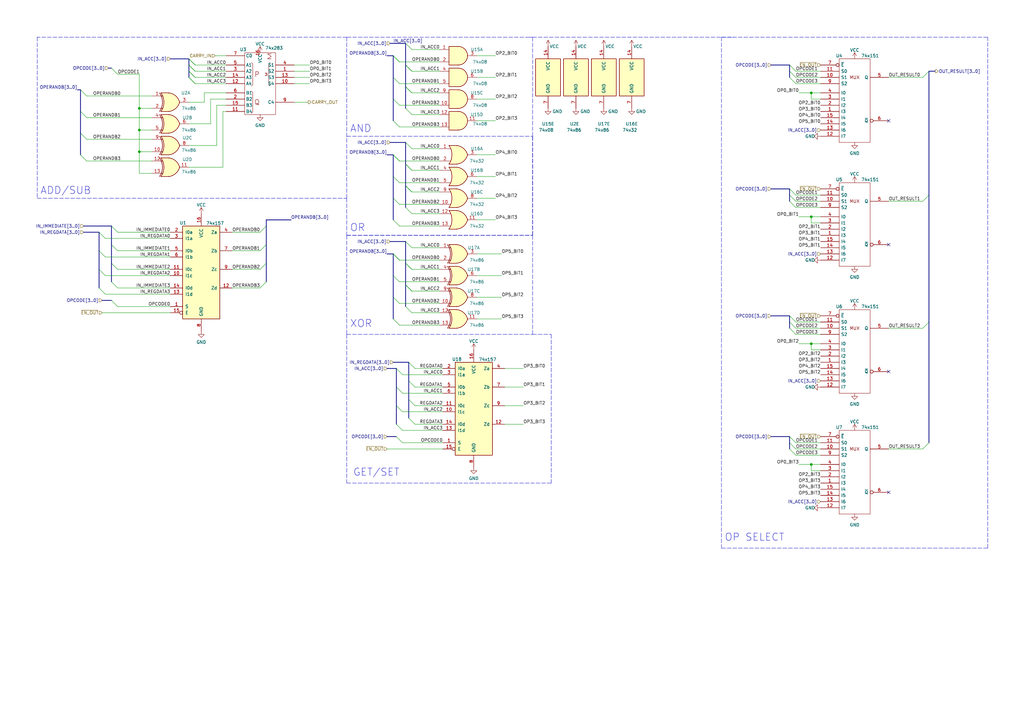
<source format=kicad_sch>
(kicad_sch (version 20211123) (generator eeschema)
  (paper "A3")
  (lib_symbols
    (symbol "74xx:74HC86" (pin_names (offset 1.016))
      (property "Reference" "U" (at 0 1.27 0))
      (property "Value" "74HC86" (at 0 -1.27 0))
      (symbol "74HC86_1_0"
        (pin input line (at -7.62 2.54 0) (length 4.445) (name "~") (number "1"))
        (pin input line (at -7.62 -2.54 0) (length 4.445) (name "~") (number "2"))
        (pin output line (at 7.62 0 180) (length 3.81) (name "~") (number "3"))
      )
      (symbol "74HC86_2_0"
        (pin input line (at -7.62 2.54 0) (length 4.445) (name "~") (number "4"))
        (pin input line (at -7.62 -2.54 0) (length 4.445) (name "~") (number "5"))
        (pin output line (at 7.62 0 180) (length 3.81) (name "~") (number "6"))
      )
      (symbol "74HC86_3_0"
        (pin input line (at -7.62 -2.54 0) (length 4.445) (name "~") (number "10"))
        (pin output line (at 7.62 0 180) (length 3.81) (name "~") (number "8"))
        (pin input line (at -7.62 2.54 0) (length 4.445) (name "~") (number "9"))
      )
      (symbol "74HC86_4_0"
        (pin output line (at 7.62 0 180) (length 3.81) (name "~") (number "11"))
        (pin input line (at -7.62 2.54 0) (length 4.445) (name "~") (number "12"))
        (pin input line (at -7.62 -2.54 0) (length 4.445) (name "~") (number "13"))
      )
      (symbol "74HC86_5_0"
        (pin power_in line (at 0 12.7 270) (length 5.08) (name "VCC") (number "14"))
        (pin power_in line (at 0 -12.7 90) (length 5.08) (name "GND") (number "7"))
      )
    )
    (symbol "74xx:74LS08" (pin_names (offset 1.016))
      (property "Reference" "U" (at 0 1.27 0))
      (property "Value" "74LS08" (at 0 -1.27 0))
      (symbol "74LS08_1_1"
        (pin input line (at -7.62 2.54 0) (length 3.81) (name "~") (number "1"))
        (pin input line (at -7.62 -2.54 0) (length 3.81) (name "~") (number "2"))
        (pin output line (at 7.62 0 180) (length 3.81) (name "~") (number "3"))
      )
      (symbol "74LS08_1_2"
        (pin input inverted (at -7.62 2.54 0) (length 4.318) (name "~") (number "1"))
        (pin input inverted (at -7.62 -2.54 0) (length 4.318) (name "~") (number "2"))
        (pin output inverted (at 7.62 0 180) (length 3.81) (name "~") (number "3"))
      )
      (symbol "74LS08_2_1"
        (pin input line (at -7.62 2.54 0) (length 3.81) (name "~") (number "4"))
        (pin input line (at -7.62 -2.54 0) (length 3.81) (name "~") (number "5"))
        (pin output line (at 7.62 0 180) (length 3.81) (name "~") (number "6"))
      )
      (symbol "74LS08_2_2"
        (pin input inverted (at -7.62 2.54 0) (length 4.318) (name "~") (number "4"))
        (pin input inverted (at -7.62 -2.54 0) (length 4.318) (name "~") (number "5"))
        (pin output inverted (at 7.62 0 180) (length 3.81) (name "~") (number "6"))
      )
      (symbol "74LS08_3_1"
        (pin input line (at -7.62 -2.54 0) (length 3.81) (name "~") (number "10"))
        (pin output line (at 7.62 0 180) (length 3.81) (name "~") (number "8"))
        (pin input line (at -7.62 2.54 0) (length 3.81) (name "~") (number "9"))
      )
      (symbol "74LS08_3_2"
        (pin input inverted (at -7.62 -2.54 0) (length 4.318) (name "~") (number "10"))
        (pin output inverted (at 7.62 0 180) (length 3.81) (name "~") (number "8"))
        (pin input inverted (at -7.62 2.54 0) (length 4.318) (name "~") (number "9"))
      )
      (symbol "74LS08_4_1"
        (pin output line (at 7.62 0 180) (length 3.81) (name "~") (number "11"))
        (pin input line (at -7.62 2.54 0) (length 3.81) (name "~") (number "12"))
        (pin input line (at -7.62 -2.54 0) (length 3.81) (name "~") (number "13"))
      )
      (symbol "74LS08_4_2"
        (pin output inverted (at 7.62 0 180) (length 3.81) (name "~") (number "11"))
        (pin input inverted (at -7.62 2.54 0) (length 4.318) (name "~") (number "12"))
        (pin input inverted (at -7.62 -2.54 0) (length 4.318) (name "~") (number "13"))
      )
      (symbol "74LS08_5_0"
        (pin power_in line (at 0 12.7 270) (length 5.08) (name "VCC") (number "14"))
        (pin power_in line (at 0 -12.7 90) (length 5.08) (name "GND") (number "7"))
      )
    )
    (symbol "74xx:74LS157" (pin_names (offset 1.016))
      (property "Reference" "U" (at -7.62 19.05 0))
      (property "Value" "74LS157" (at -7.62 -21.59 0))
      (symbol "74LS157_1_0"
        (pin input line (at -12.7 -15.24 0) (length 5.08) (name "S") (number "1"))
        (pin input line (at -12.7 -2.54 0) (length 5.08) (name "I1c") (number "10"))
        (pin input line (at -12.7 0 0) (length 5.08) (name "I0c") (number "11"))
        (pin output line (at 12.7 -7.62 180) (length 5.08) (name "Zd") (number "12"))
        (pin input line (at -12.7 -10.16 0) (length 5.08) (name "I1d") (number "13"))
        (pin input line (at -12.7 -7.62 0) (length 5.08) (name "I0d") (number "14"))
        (pin input inverted (at -12.7 -17.78 0) (length 5.08) (name "E") (number "15"))
        (pin power_in line (at 0 22.86 270) (length 5.08) (name "VCC") (number "16"))
        (pin input line (at -12.7 15.24 0) (length 5.08) (name "I0a") (number "2"))
        (pin input line (at -12.7 12.7 0) (length 5.08) (name "I1a") (number "3"))
        (pin output line (at 12.7 15.24 180) (length 5.08) (name "Za") (number "4"))
        (pin input line (at -12.7 7.62 0) (length 5.08) (name "I0b") (number "5"))
        (pin input line (at -12.7 5.08 0) (length 5.08) (name "I1b") (number "6"))
        (pin output line (at 12.7 7.62 180) (length 5.08) (name "Zb") (number "7"))
        (pin power_in line (at 0 -25.4 90) (length 5.08) (name "GND") (number "8"))
        (pin output line (at 12.7 0 180) (length 5.08) (name "Zc") (number "9"))
      )
    )
    (symbol "74xx:74LS32" (pin_names (offset 1.016))
      (property "Reference" "U" (at 0 1.27 0))
      (property "Value" "74LS32" (at 0 -1.27 0))
      (symbol "74LS32_1_1"
        (pin input line (at -7.62 2.54 0) (length 4.318) (name "~") (number "1"))
        (pin input line (at -7.62 -2.54 0) (length 4.318) (name "~") (number "2"))
        (pin output line (at 7.62 0 180) (length 3.81) (name "~") (number "3"))
      )
      (symbol "74LS32_1_2"
        (pin input inverted (at -7.62 2.54 0) (length 3.81) (name "~") (number "1"))
        (pin input inverted (at -7.62 -2.54 0) (length 3.81) (name "~") (number "2"))
        (pin output inverted (at 7.62 0 180) (length 3.81) (name "~") (number "3"))
      )
      (symbol "74LS32_2_1"
        (pin input line (at -7.62 2.54 0) (length 4.318) (name "~") (number "4"))
        (pin input line (at -7.62 -2.54 0) (length 4.318) (name "~") (number "5"))
        (pin output line (at 7.62 0 180) (length 3.81) (name "~") (number "6"))
      )
      (symbol "74LS32_2_2"
        (pin input inverted (at -7.62 2.54 0) (length 3.81) (name "~") (number "4"))
        (pin input inverted (at -7.62 -2.54 0) (length 3.81) (name "~") (number "5"))
        (pin output inverted (at 7.62 0 180) (length 3.81) (name "~") (number "6"))
      )
      (symbol "74LS32_3_1"
        (pin input line (at -7.62 -2.54 0) (length 4.318) (name "~") (number "10"))
        (pin output line (at 7.62 0 180) (length 3.81) (name "~") (number "8"))
        (pin input line (at -7.62 2.54 0) (length 4.318) (name "~") (number "9"))
      )
      (symbol "74LS32_3_2"
        (pin input inverted (at -7.62 -2.54 0) (length 3.81) (name "~") (number "10"))
        (pin output inverted (at 7.62 0 180) (length 3.81) (name "~") (number "8"))
        (pin input inverted (at -7.62 2.54 0) (length 3.81) (name "~") (number "9"))
      )
      (symbol "74LS32_4_1"
        (pin output line (at 7.62 0 180) (length 3.81) (name "~") (number "11"))
        (pin input line (at -7.62 2.54 0) (length 4.318) (name "~") (number "12"))
        (pin input line (at -7.62 -2.54 0) (length 4.318) (name "~") (number "13"))
      )
      (symbol "74LS32_4_2"
        (pin output inverted (at 7.62 0 180) (length 3.81) (name "~") (number "11"))
        (pin input inverted (at -7.62 2.54 0) (length 3.81) (name "~") (number "12"))
        (pin input inverted (at -7.62 -2.54 0) (length 3.81) (name "~") (number "13"))
      )
      (symbol "74LS32_5_0"
        (pin power_in line (at 0 12.7 270) (length 5.08) (name "VCC") (number "14"))
        (pin power_in line (at 0 -12.7 90) (length 5.08) (name "GND") (number "7"))
      )
    )
    (symbol "74xx_IEEE:74151" (pin_names (offset 0.762))
      (property "Reference" "U" (at 5.08 17.78 0))
      (property "Value" "74151" (at 8.89 -20.32 0))
      (symbol "74151_0_0"
        (text "MUX" (at 0 8.89 0) (effects (font (size 1.27 1.27))))
        (pin power_in line (at 0 16.51 270) (length 0) hide (name "VCC") (number "16"))
        (pin power_in line (at 0 -17.78 90) (length 0) hide (name "GND") (number "8"))
      )
      (symbol "74151_1_1"
        (pin input line (at -13.97 -5.08 0) (length 7.62) (name "I3") (number "1"))
        (pin input line (at -13.97 8.89 0) (length 7.62) (name "S1") (number "10"))
        (pin input line (at -13.97 11.43 0) (length 7.62) (name "S0") (number "11"))
        (pin input line (at -13.97 -15.24 0) (length 7.62) (name "I7") (number "12"))
        (pin input line (at -13.97 -12.7 0) (length 7.62) (name "I6") (number "13"))
        (pin input line (at -13.97 -10.16 0) (length 7.62) (name "I5") (number "14"))
        (pin input line (at -13.97 -7.62 0) (length 7.62) (name "I4") (number "15"))
        (pin input line (at -13.97 -2.54 0) (length 7.62) (name "I2") (number "2"))
        (pin input line (at -13.97 0 0) (length 7.62) (name "I1") (number "3"))
        (pin input line (at -13.97 2.54 0) (length 7.62) (name "I0") (number "4"))
        (pin output line (at 13.97 8.89 180) (length 7.62) (name "Q") (number "5"))
        (pin output inverted (at 13.97 -8.89 180) (length 7.62) (name "~{Q}") (number "6"))
        (pin input inverted (at -13.97 13.97 0) (length 7.62) (name "~{E}") (number "7"))
        (pin input line (at -13.97 6.35 0) (length 7.62) (name "S2") (number "9"))
      )
    )
    (symbol "74xx_IEEE:74LS283"
      (property "Reference" "U" (at 7.62 15.24 0))
      (property "Value" "74LS283" (at 7.62 -15.24 0))
      (symbol "74LS283_0_0"
        (text "P" (at -1.27 3.81 0) (effects (font (size 2.032 2.032))))
        (text "Q" (at -1.27 -7.62 0) (effects (font (size 2.032 2.032))))
        (pin power_in line (at 0 12.7 270) (length 0) (name "VCC") (number "16"))
        (pin power_in line (at 0 -12.7 90) (length 0) hide (name "GND") (number "8"))
      )
      (symbol "74LS283_1_1"
        (pin output line (at 13.97 5.08 180) (length 7.62) (name "S2") (number "1"))
        (pin output line (at 13.97 0 180) (length 7.62) (name "S4") (number "10"))
        (pin input line (at -13.97 -11.43 0) (length 7.62) (name "B4") (number "11"))
        (pin input line (at -13.97 0 0) (length 7.62) (name "A4") (number "12"))
        (pin output line (at 13.97 2.54 180) (length 7.62) (name "S3") (number "13"))
        (pin input line (at -13.97 2.54 0) (length 7.62) (name "A3") (number "14"))
        (pin input line (at -13.97 -8.89 0) (length 7.62) (name "B3") (number "15"))
        (pin input line (at -13.97 -6.35 0) (length 7.62) (name "B2") (number "2"))
        (pin input line (at -13.97 5.08 0) (length 7.62) (name "A2") (number "3"))
        (pin output line (at 13.97 7.62 180) (length 7.62) (name "S1") (number "4"))
        (pin input line (at -13.97 7.62 0) (length 7.62) (name "A1") (number "5"))
        (pin input line (at -13.97 -3.81 0) (length 7.62) (name "B1") (number "6"))
        (pin input line (at -13.97 11.43 0) (length 7.62) (name "C0") (number "7"))
        (pin output line (at 13.97 -7.62 180) (length 7.62) (name "C4") (number "9"))
      )
    )
    (symbol "power:GND" (power) (pin_names (offset 0))
      (property "Value" "GND" (at 0 -3.81 0))
      (symbol "GND_1_1"
        (pin power_in line (at 0 0 270) (length 0) hide (name "GND") (number "1"))
      )
    )
    (symbol "power:VCC" (power) (pin_names (offset 0))
      (property "Value" "VCC" (at 0 3.81 0))
      (symbol "VCC_1_1"
        (pin power_in line (at 0 0 90) (length 0) hide (name "VCC") (number "1"))
      )
    )
  )
  (junction (at 57.15 44.45))
  (junction (at 332.74 140.97))
  (junction (at 332.74 38.1))
  (junction (at 332.74 190.5))
  (junction (at 332.74 88.9))
  (junction (at 57.15 53.34))
  (junction (at 57.15 62.23))
  (no_connect (at 364.49 201.93))
  (no_connect (at 364.49 100.33))
  (no_connect (at 364.49 49.53))
  (no_connect (at 364.49 152.4))
  (bus_entry (at 77.47 24.13) (size 2.54 2.54))
  (bus_entry (at 167.64 148.59) (size 2.54 2.54))
  (bus_entry (at 323.85 80.01) (size 2.54 2.54))
  (bus_entry (at 323.85 31.75) (size 2.54 2.54))
  (bus_entry (at 166.37 116.84) (size 2.54 2.54))
  (bus_entry (at 323.85 82.55) (size 2.54 2.54))
  (bus_entry (at 166.37 26.67) (size 2.54 2.54))
  (bus_entry (at 162.56 173.99) (size 2.54 2.54))
  (bus_entry (at 161.29 31.75) (size 2.54 2.54))
  (bus_entry (at 166.37 67.31) (size 2.54 2.54))
  (bus_entry (at 45.72 27.94) (size 2.54 2.54))
  (bus_entry (at 109.22 92.71) (size -2.54 2.54))
  (bus_entry (at 40.64 95.25) (size 2.54 2.54))
  (bus_entry (at 161.29 121.92) (size 2.54 2.54))
  (bus_entry (at 109.22 107.95) (size -2.54 2.54))
  (bus_entry (at 33.02 36.83) (size 2.54 2.54))
  (bus_entry (at 161.29 72.39) (size 2.54 2.54))
  (bus_entry (at 323.85 184.15) (size 2.54 2.54))
  (bus_entry (at 109.22 100.33) (size -2.54 2.54))
  (bus_entry (at 109.22 115.57) (size -2.54 2.54))
  (bus_entry (at 77.47 29.21) (size 2.54 2.54))
  (bus_entry (at 45.72 100.33) (size 2.54 2.54))
  (bus_entry (at 323.85 129.54) (size 2.54 2.54))
  (bus_entry (at 33.02 63.5) (size 2.54 2.54))
  (bus_entry (at 323.85 179.07) (size 2.54 2.54))
  (bus_entry (at 40.64 102.87) (size 2.54 2.54))
  (bus_entry (at 77.47 31.75) (size 2.54 2.54))
  (bus_entry (at 323.85 181.61) (size 2.54 2.54))
  (bus_entry (at 161.29 104.14) (size 2.54 2.54))
  (bus_entry (at 161.29 22.86) (size 2.54 2.54))
  (bus_entry (at 166.37 35.56) (size 2.54 2.54))
  (bus_entry (at 161.29 63.5) (size 2.54 2.54))
  (bus_entry (at 77.47 31.75) (size 2.54 2.54))
  (bus_entry (at 162.56 158.75) (size 2.54 2.54))
  (bus_entry (at 45.72 115.57) (size 2.54 2.54))
  (bus_entry (at 161.29 90.17) (size 2.54 2.54))
  (bus_entry (at 77.47 26.67) (size 2.54 2.54))
  (bus_entry (at 166.37 67.31) (size 2.54 2.54))
  (bus_entry (at 162.56 179.07) (size 2.54 2.54))
  (bus_entry (at 166.37 35.56) (size 2.54 2.54))
  (bus_entry (at 161.29 104.14) (size 2.54 2.54))
  (bus_entry (at 33.02 45.72) (size 2.54 2.54))
  (bus_entry (at 323.85 132.08) (size 2.54 2.54))
  (bus_entry (at 166.37 107.95) (size 2.54 2.54))
  (bus_entry (at 161.29 81.28) (size 2.54 2.54))
  (bus_entry (at 166.37 99.06) (size 2.54 2.54))
  (bus_entry (at 161.29 22.86) (size 2.54 2.54))
  (bus_entry (at 166.37 125.73) (size 2.54 2.54))
  (bus_entry (at 77.47 24.13) (size 2.54 2.54))
  (bus_entry (at 378.46 184.15) (size 2.54 -2.54))
  (bus_entry (at 161.29 40.64) (size 2.54 2.54))
  (bus_entry (at 378.46 82.55) (size 2.54 -2.54))
  (bus_entry (at 161.29 63.5) (size 2.54 2.54))
  (bus_entry (at 161.29 113.03) (size 2.54 2.54))
  (bus_entry (at 378.46 134.62) (size 2.54 -2.54))
  (bus_entry (at 33.02 54.61) (size 2.54 2.54))
  (bus_entry (at 45.72 123.19) (size 2.54 2.54))
  (bus_entry (at 166.37 26.67) (size 2.54 2.54))
  (bus_entry (at 167.64 171.45) (size 2.54 2.54))
  (bus_entry (at 45.72 107.95) (size 2.54 2.54))
  (bus_entry (at 323.85 134.62) (size 2.54 2.54))
  (bus_entry (at 166.37 85.09) (size 2.54 2.54))
  (bus_entry (at 323.85 29.21) (size 2.54 2.54))
  (bus_entry (at 162.56 166.37) (size 2.54 2.54))
  (bus_entry (at 161.29 49.53) (size 2.54 2.54))
  (bus_entry (at 167.64 163.83) (size 2.54 2.54))
  (bus_entry (at 45.72 92.71) (size 2.54 2.54))
  (bus_entry (at 161.29 130.81) (size 2.54 2.54))
  (bus_entry (at 166.37 107.95) (size 2.54 2.54))
  (bus_entry (at 77.47 29.21) (size 2.54 2.54))
  (bus_entry (at 40.64 110.49) (size 2.54 2.54))
  (bus_entry (at 40.64 118.11) (size 2.54 2.54))
  (bus_entry (at 166.37 76.2) (size 2.54 2.54))
  (bus_entry (at 162.56 151.13) (size 2.54 2.54))
  (bus_entry (at 166.37 76.2) (size 2.54 2.54))
  (bus_entry (at 166.37 17.78) (size 2.54 2.54))
  (bus_entry (at 323.85 26.67) (size 2.54 2.54))
  (bus_entry (at 167.64 156.21) (size 2.54 2.54))
  (bus_entry (at 166.37 58.42) (size 2.54 2.54))
  (bus_entry (at 166.37 44.45) (size 2.54 2.54))
  (bus_entry (at 77.47 26.67) (size 2.54 2.54))
  (bus_entry (at 378.46 31.75) (size 2.54 -2.54))
  (bus_entry (at 166.37 116.84) (size 2.54 2.54))
  (bus_entry (at 323.85 77.47) (size 2.54 2.54))
  (bus (pts (xy 316.23 179.07) (xy 323.85 179.07)))
  (wire (pts (xy 80.01 26.67) (xy 92.71 26.67)))
  (wire (pts (xy 214.63 158.75) (xy 207.01 158.75)))
  (bus (pts (xy 166.37 67.31) (xy 166.37 58.42)))
  (wire (pts (xy 165.1 181.61) (xy 181.61 181.61)))
  (wire (pts (xy 57.15 62.23) (xy 62.23 62.23)))
  (wire (pts (xy 163.83 43.18) (xy 180.34 43.18)))
  (wire (pts (xy 80.01 31.75) (xy 92.71 31.75)))
  (bus (pts (xy 44.45 27.94) (xy 45.72 27.94)))
  (bus (pts (xy 166.37 26.67) (xy 166.37 17.78)))
  (wire (pts (xy 165.1 176.53) (xy 181.61 176.53)))
  (polyline (pts (xy 226.06 198.12) (xy 218.44 198.12)))
  (wire (pts (xy 48.26 110.49) (xy 69.85 110.49)))
  (bus (pts (xy 161.29 31.75) (xy 161.29 40.64)))
  (wire (pts (xy 35.56 57.15) (xy 62.23 57.15)))
  (wire (pts (xy 41.91 128.27) (xy 69.85 128.27)))
  (wire (pts (xy 326.39 134.62) (xy 336.55 134.62)))
  (wire (pts (xy 80.01 34.29) (xy 92.71 34.29)))
  (wire (pts (xy 168.91 20.32) (xy 180.34 20.32)))
  (bus (pts (xy 381 29.21) (xy 381 80.01)))
  (bus (pts (xy 158.75 63.5) (xy 161.29 63.5)))
  (wire (pts (xy 48.26 95.25) (xy 69.85 95.25)))
  (polyline (pts (xy 142.24 81.28) (xy 142.24 50.8)))
  (wire (pts (xy 332.74 143.51) (xy 332.74 140.97)))
  (wire (pts (xy 168.91 119.38) (xy 180.34 119.38)))
  (wire (pts (xy 120.65 26.67) (xy 127 26.67)))
  (wire (pts (xy 43.18 113.03) (xy 69.85 113.03)))
  (wire (pts (xy 77.47 50.8) (xy 86.36 50.8)))
  (bus (pts (xy 166.37 125.73) (xy 166.37 116.84)))
  (bus (pts (xy 381 132.08) (xy 381 181.61)))
  (wire (pts (xy 326.39 34.29) (xy 336.55 34.29)))
  (wire (pts (xy 214.63 173.99) (xy 207.01 173.99)))
  (wire (pts (xy 336.55 91.44) (xy 332.74 91.44)))
  (polyline (pts (xy 15.24 81.28) (xy 142.24 81.28)))
  (bus (pts (xy 167.64 171.45) (xy 167.64 163.83)))
  (bus (pts (xy 33.02 45.72) (xy 33.02 54.61)))
  (wire (pts (xy 95.25 95.25) (xy 106.68 95.25)))
  (wire (pts (xy 332.74 140.97) (xy 336.55 140.97)))
  (wire (pts (xy 168.91 87.63) (xy 180.34 87.63)))
  (bus (pts (xy 323.85 29.21) (xy 323.85 26.67)))
  (polyline (pts (xy 295.91 224.79) (xy 405.13 224.79)))
  (wire (pts (xy 120.65 31.75) (xy 127 31.75)))
  (wire (pts (xy 95.25 118.11) (xy 106.68 118.11)))
  (polyline (pts (xy 218.44 15.24) (xy 217.17 15.24)))
  (bus (pts (xy 323.85 184.15) (xy 323.85 181.61)))
  (bus (pts (xy 45.72 100.33) (xy 45.72 107.95)))
  (wire (pts (xy 48.26 118.11) (xy 69.85 118.11)))
  (polyline (pts (xy 142.24 15.24) (xy 15.24 15.24)))
  (bus (pts (xy 69.85 24.13) (xy 77.47 24.13)))
  (wire (pts (xy 95.25 110.49) (xy 106.68 110.49)))
  (polyline (pts (xy 226.06 137.16) (xy 226.06 198.12)))
  (wire (pts (xy 326.39 137.16) (xy 336.55 137.16)))
  (bus (pts (xy 160.02 58.42) (xy 166.37 58.42)))
  (bus (pts (xy 323.85 31.75) (xy 323.85 29.21)))
  (wire (pts (xy 332.74 190.5) (xy 336.55 190.5)))
  (bus (pts (xy 166.37 26.67) (xy 166.37 35.56)))
  (wire (pts (xy 163.83 66.04) (xy 180.34 66.04)))
  (polyline (pts (xy 142.24 55.88) (xy 218.44 55.88)))
  (bus (pts (xy 316.23 26.67) (xy 323.85 26.67)))
  (bus (pts (xy 381 80.01) (xy 381 132.08)))
  (bus (pts (xy 167.64 163.83) (xy 167.64 156.21)))
  (wire (pts (xy 48.26 30.48) (xy 57.15 30.48)))
  (wire (pts (xy 364.49 31.75) (xy 378.46 31.75)))
  (polyline (pts (xy 218.44 137.16) (xy 218.44 96.52)))
  (polyline (pts (xy 218.44 55.88) (xy 218.44 15.24)))
  (bus (pts (xy 161.29 113.03) (xy 161.29 121.92)))
  (wire (pts (xy 195.58 104.14) (xy 205.74 104.14)))
  (polyline (pts (xy 142.24 15.24) (xy 142.24 50.8)))
  (bus (pts (xy 166.37 44.45) (xy 166.37 35.56)))
  (wire (pts (xy 195.58 121.92) (xy 205.74 121.92)))
  (bus (pts (xy 40.64 95.25) (xy 40.64 102.87)))
  (bus (pts (xy 166.37 85.09) (xy 166.37 76.2)))
  (bus (pts (xy 33.02 36.83) (xy 33.02 45.72)))
  (wire (pts (xy 364.49 184.15) (xy 378.46 184.15)))
  (wire (pts (xy 163.83 133.35) (xy 180.34 133.35)))
  (wire (pts (xy 327.66 38.1) (xy 332.74 38.1)))
  (bus (pts (xy 109.22 100.33) (xy 109.22 107.95)))
  (wire (pts (xy 327.66 88.9) (xy 332.74 88.9)))
  (polyline (pts (xy 295.91 15.24) (xy 295.91 224.79)))
  (bus (pts (xy 158.75 151.13) (xy 162.56 151.13)))
  (wire (pts (xy 336.55 193.04) (xy 332.74 193.04)))
  (wire (pts (xy 326.39 80.01) (xy 336.55 80.01)))
  (bus (pts (xy 161.29 22.86) (xy 161.29 31.75)))
  (polyline (pts (xy 218.44 96.52) (xy 218.44 55.88)))
  (wire (pts (xy 203.2 40.64) (xy 195.58 40.64)))
  (bus (pts (xy 158.75 104.14) (xy 161.29 104.14)))
  (wire (pts (xy 326.39 29.21) (xy 336.55 29.21)))
  (bus (pts (xy 166.37 107.95) (xy 166.37 99.06)))
  (wire (pts (xy 165.1 161.29) (xy 181.61 161.29)))
  (polyline (pts (xy 142.24 96.52) (xy 218.44 96.52)))
  (wire (pts (xy 214.63 166.37) (xy 207.01 166.37)))
  (bus (pts (xy 45.72 107.95) (xy 45.72 115.57)))
  (wire (pts (xy 95.25 102.87) (xy 106.68 102.87)))
  (bus (pts (xy 323.85 80.01) (xy 323.85 77.47)))
  (bus (pts (xy 77.47 26.67) (xy 77.47 24.13)))
  (wire (pts (xy 163.83 115.57) (xy 180.34 115.57)))
  (wire (pts (xy 168.91 60.96) (xy 180.34 60.96)))
  (wire (pts (xy 170.18 151.13) (xy 181.61 151.13)))
  (wire (pts (xy 170.18 173.99) (xy 181.61 173.99)))
  (wire (pts (xy 168.91 128.27) (xy 180.34 128.27)))
  (wire (pts (xy 214.63 151.13) (xy 207.01 151.13)))
  (wire (pts (xy 91.44 68.58) (xy 91.44 45.72)))
  (wire (pts (xy 326.39 82.55) (xy 336.55 82.55)))
  (bus (pts (xy 161.29 72.39) (xy 161.29 81.28)))
  (bus (pts (xy 323.85 134.62) (xy 323.85 132.08)))
  (wire (pts (xy 62.23 71.12) (xy 57.15 71.12)))
  (wire (pts (xy 203.2 72.39) (xy 195.58 72.39)))
  (bus (pts (xy 31.75 36.83) (xy 33.02 36.83)))
  (wire (pts (xy 35.56 66.04) (xy 62.23 66.04)))
  (wire (pts (xy 203.2 31.75) (xy 195.58 31.75)))
  (bus (pts (xy 158.75 22.86) (xy 161.29 22.86)))
  (wire (pts (xy 88.265 22.86) (xy 92.71 22.86)))
  (wire (pts (xy 165.1 153.67) (xy 181.61 153.67)))
  (wire (pts (xy 48.26 125.73) (xy 69.85 125.73)))
  (wire (pts (xy 165.1 168.91) (xy 181.61 168.91)))
  (wire (pts (xy 168.91 46.99) (xy 180.34 46.99)))
  (bus (pts (xy 33.02 54.61) (xy 33.02 63.5)))
  (wire (pts (xy 168.91 69.85) (xy 180.34 69.85)))
  (wire (pts (xy 168.91 38.1) (xy 180.34 38.1)))
  (wire (pts (xy 203.2 22.86) (xy 195.58 22.86)))
  (wire (pts (xy 163.83 106.68) (xy 180.34 106.68)))
  (wire (pts (xy 163.83 124.46) (xy 180.34 124.46)))
  (wire (pts (xy 48.26 102.87) (xy 69.85 102.87)))
  (bus (pts (xy 166.37 107.95) (xy 166.37 116.84)))
  (wire (pts (xy 168.91 101.6) (xy 180.34 101.6)))
  (polyline (pts (xy 142.24 137.16) (xy 142.24 198.12)))
  (bus (pts (xy 77.47 29.21) (xy 77.47 26.67)))
  (wire (pts (xy 88.9 43.18) (xy 92.71 43.18)))
  (wire (pts (xy 163.83 52.07) (xy 180.34 52.07)))
  (wire (pts (xy 43.18 97.79) (xy 69.85 97.79)))
  (bus (pts (xy 162.56 166.37) (xy 162.56 158.75)))
  (wire (pts (xy 203.2 81.28) (xy 195.58 81.28)))
  (wire (pts (xy 168.91 29.21) (xy 180.34 29.21)))
  (wire (pts (xy 326.39 186.69) (xy 336.55 186.69)))
  (polyline (pts (xy 295.91 15.24) (xy 405.13 15.24)))
  (wire (pts (xy 83.82 38.1) (xy 83.82 41.91)))
  (wire (pts (xy 83.82 38.1) (xy 92.71 38.1)))
  (bus (pts (xy 161.29 40.64) (xy 161.29 49.53)))
  (bus (pts (xy 109.22 92.71) (xy 109.22 100.33)))
  (wire (pts (xy 168.91 78.74) (xy 180.34 78.74)))
  (wire (pts (xy 86.36 40.64) (xy 86.36 50.8)))
  (wire (pts (xy 170.18 166.37) (xy 181.61 166.37)))
  (wire (pts (xy 120.65 41.91) (xy 126.365 41.91)))
  (wire (pts (xy 163.83 34.29) (xy 180.34 34.29)))
  (bus (pts (xy 161.29 81.28) (xy 161.29 90.17)))
  (wire (pts (xy 326.39 132.08) (xy 336.55 132.08)))
  (wire (pts (xy 43.18 105.41) (xy 69.85 105.41)))
  (polyline (pts (xy 217.17 15.24) (xy 142.24 15.24)))
  (wire (pts (xy 332.74 40.64) (xy 332.74 38.1)))
  (wire (pts (xy 35.56 48.26) (xy 62.23 48.26)))
  (wire (pts (xy 170.18 158.75) (xy 181.61 158.75)))
  (bus (pts (xy 383.54 29.21) (xy 381 29.21)))
  (bus (pts (xy 166.37 67.31) (xy 166.37 76.2)))
  (bus (pts (xy 77.47 31.75) (xy 77.47 29.21)))
  (wire (pts (xy 326.39 181.61) (xy 336.55 181.61)))
  (wire (pts (xy 62.23 44.45) (xy 57.15 44.45)))
  (polyline (pts (xy 142.24 198.12) (xy 218.44 198.12)))
  (wire (pts (xy 88.9 43.18) (xy 88.9 59.69)))
  (bus (pts (xy 109.22 107.95) (xy 109.22 115.57)))
  (wire (pts (xy 326.39 85.09) (xy 336.55 85.09)))
  (bus (pts (xy 40.64 102.87) (xy 40.64 110.49)))
  (bus (pts (xy 162.56 173.99) (xy 162.56 166.37)))
  (wire (pts (xy 77.47 59.69) (xy 88.9 59.69)))
  (wire (pts (xy 168.91 110.49) (xy 180.34 110.49)))
  (wire (pts (xy 332.74 193.04) (xy 332.74 190.5)))
  (bus (pts (xy 40.64 110.49) (xy 40.64 118.11)))
  (wire (pts (xy 120.65 29.21) (xy 127 29.21)))
  (wire (pts (xy 163.83 83.82) (xy 180.34 83.82)))
  (bus (pts (xy 41.91 123.19) (xy 45.72 123.19)))
  (wire (pts (xy 336.55 40.64) (xy 332.74 40.64)))
  (bus (pts (xy 34.29 92.71) (xy 45.72 92.71)))
  (bus (pts (xy 323.85 132.08) (xy 323.85 129.54)))
  (bus (pts (xy 161.29 104.14) (xy 161.29 113.03)))
  (polyline (pts (xy 218.44 15.24) (xy 300.99 15.24)))
  (bus (pts (xy 45.72 92.71) (xy 45.72 100.33)))
  (bus (pts (xy 323.85 181.61) (xy 323.85 179.07)))
  (wire (pts (xy 163.83 74.93) (xy 180.34 74.93)))
  (bus (pts (xy 323.85 82.55) (xy 323.85 80.01)))
  (polyline (pts (xy 142.24 96.52) (xy 218.44 96.52)))
  (bus (pts (xy 119.38 90.17) (xy 109.22 90.17)))
  (wire (pts (xy 326.39 184.15) (xy 336.55 184.15)))
  (wire (pts (xy 35.56 39.37) (xy 62.23 39.37)))
  (polyline (pts (xy 15.24 15.24) (xy 15.24 81.28)))
  (polyline (pts (xy 218.44 96.52) (xy 218.44 55.88)))
  (wire (pts (xy 57.15 53.34) (xy 62.23 53.34)))
  (wire (pts (xy 120.65 34.29) (xy 127 34.29)))
  (bus (pts (xy 161.29 148.59) (xy 167.64 148.59)))
  (wire (pts (xy 77.47 68.58) (xy 91.44 68.58)))
  (wire (pts (xy 57.15 53.34) (xy 57.15 62.23)))
  (wire (pts (xy 195.58 130.81) (xy 205.74 130.81)))
  (wire (pts (xy 327.66 190.5) (xy 332.74 190.5)))
  (bus (pts (xy 161.29 121.92) (xy 161.29 130.81)))
  (wire (pts (xy 77.47 41.91) (xy 83.82 41.91)))
  (bus (pts (xy 316.23 77.47) (xy 323.85 77.47)))
  (wire (pts (xy 364.49 82.55) (xy 378.46 82.55)))
  (polyline (pts (xy 142.24 81.28) (xy 142.24 96.52)))
  (polyline (pts (xy 142.24 50.8) (xy 142.24 50.8)))
  (bus (pts (xy 167.64 156.21) (xy 167.64 148.59)))
  (wire (pts (xy 203.2 63.5) (xy 195.58 63.5)))
  (bus (pts (xy 158.75 179.07) (xy 162.56 179.07)))
  (bus (pts (xy 160.02 99.06) (xy 166.37 99.06)))
  (wire (pts (xy 86.36 40.64) (xy 92.71 40.64)))
  (bus (pts (xy 34.29 95.25) (xy 40.64 95.25)))
  (wire (pts (xy 326.39 31.75) (xy 336.55 31.75)))
  (wire (pts (xy 195.58 113.03) (xy 205.74 113.03)))
  (wire (pts (xy 332.74 91.44) (xy 332.74 88.9)))
  (bus (pts (xy 161.29 63.5) (xy 161.29 72.39)))
  (polyline (pts (xy 142.24 96.52) (xy 142.24 137.16)))
  (wire (pts (xy 57.15 44.45) (xy 57.15 53.34)))
  (wire (pts (xy 91.44 45.72) (xy 92.71 45.72)))
  (wire (pts (xy 327.66 140.97) (xy 332.74 140.97)))
  (polyline (pts (xy 218.44 137.16) (xy 226.06 137.16)))
  (wire (pts (xy 332.74 38.1) (xy 336.55 38.1)))
  (wire (pts (xy 57.15 62.23) (xy 57.15 71.12)))
  (wire (pts (xy 43.18 120.65) (xy 69.85 120.65)))
  (bus (pts (xy 316.23 129.54) (xy 323.85 129.54)))
  (wire (pts (xy 203.2 90.17) (xy 195.58 90.17)))
  (bus (pts (xy 162.56 158.75) (xy 162.56 151.13)))
  (wire (pts (xy 364.49 134.62) (xy 378.46 134.62)))
  (wire (pts (xy 332.74 88.9) (xy 336.55 88.9)))
  (wire (pts (xy 163.83 25.4) (xy 180.34 25.4)))
  (wire (pts (xy 158.75 184.15) (xy 181.61 184.15)))
  (wire (pts (xy 336.55 143.51) (xy 332.74 143.51)))
  (polyline (pts (xy 142.24 137.16) (xy 218.44 137.16)))
  (wire (pts (xy 57.15 30.48) (xy 57.15 44.45)))
  (wire (pts (xy 80.01 29.21) (xy 92.71 29.21)))
  (wire (pts (xy 163.83 92.71) (xy 180.34 92.71)))
  (bus (pts (xy 109.22 90.17) (xy 109.22 92.71)))
  (polyline (pts (xy 405.13 224.79) (xy 405.13 15.24)))
  (wire (pts (xy 203.2 49.53) (xy 195.58 49.53)))
  (bus (pts (xy 160.02 17.78) (xy 166.37 17.78)))
  (text "OR" (at 143.51 95.25 0) (effects (font (size 3 3)) (justify left bottom)))
  (text "XOR" (at 143.51 134.62 0) (effects (font (size 3 3)) (justify left bottom)))
  (text "AND" (at 143.51 54.61 0) (effects (font (size 3 3)) (justify left bottom)))
  (text "OP SELECT" (at 297.18 222.25 0) (effects (font (size 3 3)) (justify left bottom)))
  (text "ADD/SUB" (at 16.51 80.01 0) (effects (font (size 3 3)) (justify left bottom)))
  (text "GET/SET" (at 144.78 195.58 0) (effects (font (size 3 3)) (justify left bottom)))
  (label "REGDATA1" (at 181.61 158.75 180))
  (label "IN_ACC3" (at 92.71 34.29 180))
  (label "OPERANDB2" (at 180.34 43.18 180))
  (label "OUT_RESULT2" (at 364.49 134.62 0))
  (label "OUT_RESULT0" (at 364.49 31.75 0))
  (label "OPERANDB0" (at 180.34 25.4 180))
  (label "OPERANDB2" (at 180.34 124.46 180))
  (label "IN_ACC0" (at 180.34 60.96 180))
  (label "IN_ACC0" (at 180.34 20.32 180))
  (label "OP2_BIT0" (at 336.55 43.18 180))
  (label "OPCODE3" (at 326.39 186.69 0))
  (label "OP5_BIT3" (at 336.55 203.2 180))
  (label "OPERANDB1" (at 180.34 115.57 180))
  (label "OP3_BIT2" (at 214.63 166.37 0))
  (label "OP0_BIT1" (at 327.66 88.9 180))
  (label "IN_ACC2" (at 92.71 31.75 180))
  (label "OPERANDB[3..0]" (at 158.75 63.5 180))
  (label "OP5_BIT1" (at 205.74 113.03 0))
  (label "OP0_BIT0" (at 127 26.67 0))
  (label "OP3_BIT0" (at 336.55 45.72 180))
  (label "IN_IMMEDIATE1" (at 69.85 102.87 180))
  (label "OPERANDB[3..0]" (at 158.75 104.14 180))
  (label "IN_ACC3" (at 180.34 128.27 180))
  (label "REGDATA2" (at 181.61 166.37 180))
  (label "IN_ACC[3..0]" (at 161.29 17.78 0))
  (label "OP4_BIT1" (at 336.55 99.06 180))
  (label "IN_REGDATA1" (at 69.85 105.41 180))
  (label "OPCODE2" (at 326.39 31.75 0))
  (label "OPERANDB1" (at 180.34 34.29 180))
  (label "OPCODE1" (at 326.39 132.08 0))
  (label "OPERANDB3" (at 180.34 52.07 180))
  (label "IN_ACC1" (at 181.61 161.29 180))
  (label "OP2_BIT1" (at 336.55 93.98 180))
  (label "IN_IMMEDIATE0" (at 69.85 95.25 180))
  (label "OP0_BIT1" (at 127 29.21 0))
  (label "OPERANDB1" (at 95.25 102.87 0))
  (label "OPERANDB0" (at 49.53 39.37 180))
  (label "OPCODE0" (at 181.61 181.61 180))
  (label "OP2_BIT2" (at 203.2 40.64 0))
  (label "REGDATA3" (at 181.61 173.99 180))
  (label "OPERANDB[3..0]" (at 158.75 22.86 180))
  (label "IN_ACC2" (at 181.61 168.91 180))
  (label "OP5_BIT0" (at 205.74 104.14 0))
  (label "OPERANDB3" (at 95.25 118.11 0))
  (label "OP0_BIT2" (at 327.66 140.97 180))
  (label "OPERANDB3" (at 49.53 66.04 180))
  (label "OPCODE3" (at 326.39 34.29 0))
  (label "OPCODE1" (at 48.26 30.48 0))
  (label "IN_ACC1" (at 180.34 29.21 180))
  (label "OP5_BIT3" (at 205.74 130.81 0))
  (label "OP4_BIT2" (at 203.2 81.28 0))
  (label "OP0_BIT0" (at 327.66 38.1 180))
  (label "OPCODE1" (at 326.39 29.21 0))
  (label "IN_REGDATA3" (at 69.85 120.65 180))
  (label "OPERANDB3" (at 180.34 133.35 180))
  (label "OPERANDB0" (at 180.34 106.68 180))
  (label "IN_ACC2" (at 180.34 78.74 180))
  (label "OPERANDB2" (at 95.25 110.49 0))
  (label "OP4_BIT1" (at 203.2 72.39 0))
  (label "OP3_BIT2" (at 336.55 148.59 180))
  (label "OPCODE3" (at 326.39 137.16 0))
  (label "IN_REGDATA2" (at 69.85 113.03 180))
  (label "OP0_BIT3" (at 127 34.29 0))
  (label "IN_ACC0" (at 180.34 101.6 180))
  (label "OP4_BIT3" (at 203.2 90.17 0))
  (label "OP2_BIT2" (at 336.55 146.05 180))
  (label "OP5_BIT2" (at 205.74 121.92 0))
  (label "IN_IMMEDIATE3" (at 69.85 118.11 180))
  (label "IN_ACC0" (at 181.61 153.67 180))
  (label "OP2_BIT3" (at 203.2 49.53 0))
  (label "IN_ACC3" (at 180.34 46.99 180))
  (label "IN_ACC1" (at 92.71 29.21 180))
  (label "OP2_BIT1" (at 203.2 31.75 0))
  (label "OP3_BIT1" (at 336.55 96.52 180))
  (label "OPERANDB2" (at 49.53 57.15 180))
  (label "OPERANDB1" (at 49.53 48.26 180))
  (label "OP3_BIT1" (at 214.63 158.75 0))
  (label "OP4_BIT0" (at 203.2 63.5 0))
  (label "IN_ACC2" (at 180.34 38.1 180))
  (label "IN_ACC3" (at 180.34 87.63 180))
  (label "OPERANDB0" (at 180.34 66.04 180))
  (label "OUT_RESULT3" (at 364.49 184.15 0))
  (label "OPERANDB[3..0]" (at 31.75 36.83 180))
  (label "OPERANDB1" (at 180.34 74.93 180))
  (label "REGDATA0" (at 181.61 151.13 180))
  (label "OPERANDB[3..0]" (at 119.38 90.17 0))
  (label "OP0_BIT3" (at 327.66 190.5 180))
  (label "OPCODE2" (at 326.39 82.55 0))
  (label "OPCODE1" (at 326.39 181.61 0))
  (label "OP4_BIT3" (at 336.55 200.66 180))
  (label "OP5_BIT2" (at 336.55 153.67 180))
  (label "OP2_BIT3" (at 336.55 195.58 180))
  (label "OPCODE0" (at 69.85 125.73 180))
  (label "OP0_BIT2" (at 127 31.75 0))
  (label "OP3_BIT0" (at 214.63 151.13 0))
  (label "OUT_RESULT1" (at 364.49 82.55 0))
  (label "OP5_BIT0" (at 336.55 50.8 180))
  (label "OP2_BIT0" (at 203.2 22.86 0))
  (label "OP4_BIT2" (at 336.55 151.13 180))
  (label "OP3_BIT3" (at 214.63 173.99 0))
  (label "OP3_BIT3" (at 336.55 198.12 180))
  (label "IN_ACC1" (at 180.34 69.85 180))
  (label "IN_ACC0" (at 92.71 26.67 180))
  (label "OP5_BIT1" (at 336.55 101.6 180))
  (label "IN_ACC3" (at 181.61 176.53 180))
  (label "IN_IMMEDIATE2" (at 69.85 110.49 180))
  (label "OPERANDB3" (at 180.34 92.71 180))
  (label "OP4_BIT0" (at 336.55 48.26 180))
  (label "OPCODE3" (at 326.39 85.09 0))
  (label "OPCODE2" (at 326.39 134.62 0))
  (label "IN_ACC1" (at 180.34 110.49 180))
  (label "OPERANDB0" (at 95.25 95.25 0))
  (label "OPCODE2" (at 326.39 184.15 0))
  (label "OPERANDB2" (at 180.34 83.82 180))
  (label "IN_REGDATA0" (at 69.85 97.79 180))
  (label "OPCODE1" (at 326.39 80.01 0))
  (label "IN_ACC2" (at 180.34 119.38 180))
  (hierarchical_label "IN_ACC[3..0]" (shape input) (at 336.55 104.14 180))
  (hierarchical_label "~{EN_OUT}" (shape input) (at 41.91 128.27 180))
  (hierarchical_label "OUT_RESULT[3..0]" (shape output) (at 383.54 29.21 0))
  (hierarchical_label "IN_ACC[3..0]" (shape input) (at 160.02 99.06 180))
  (hierarchical_label "~{EN_OUT}" (shape input) (at 336.55 77.47 180))
  (hierarchical_label "OPCODE[3..0]" (shape input) (at 316.23 129.54 180))
  (hierarchical_label "IN_ACC[3..0]" (shape input) (at 69.85 24.13 180))
  (hierarchical_label "~{EN_OUT}" (shape input) (at 336.55 179.07 180))
  (hierarchical_label "OPCODE[3..0]" (shape input) (at 316.23 26.67 180))
  (hierarchical_label "IN_ACC[3..0]" (shape input) (at 160.02 17.78 180))
  (hierarchical_label "IN_ACC[3..0]" (shape input) (at 336.55 53.34 180))
  (hierarchical_label "~{EN_OUT}" (shape input) (at 336.55 26.67 180))
  (hierarchical_label "OPCODE[3..0]" (shape input) (at 316.23 77.47 180))
  (hierarchical_label "~{EN_OUT}" (shape input) (at 158.75 184.15 180))
  (hierarchical_label "IN_ACC[3..0]" (shape input) (at 158.75 151.13 180))
  (hierarchical_label "OPCODE[3..0]" (shape input) (at 44.45 27.94 180))
  (hierarchical_label "IN_REGDATA[3..0]" (shape input) (at 161.29 148.59 180))
  (hierarchical_label "IN_ACC[3..0]" (shape input) (at 336.55 205.74 180))
  (hierarchical_label "OPCODE[3..0]" (shape input) (at 41.91 123.19 180))
  (hierarchical_label "IN_ACC[3..0]" (shape input) (at 336.55 156.21 180))
  (hierarchical_label "IN_REGDATA[3..0]" (shape input) (at 34.29 95.25 180))
  (hierarchical_label "OPCODE[3..0]" (shape input) (at 316.23 179.07 180))
  (hierarchical_label "IN_IMMEDIATE[3..0]" (shape input) (at 34.29 92.71 180))
  (hierarchical_label "~{EN_OUT}" (shape input) (at 336.55 129.54 180))
  (hierarchical_label "CARRY_IN" (shape input) (at 88.265 22.86 180))
  (hierarchical_label "CARRY_OUT" (shape output) (at 126.365 41.91 0))
  (hierarchical_label "IN_ACC[3..0]" (shape input) (at 160.02 58.42 180))
  (hierarchical_label "OPCODE[3..0]" (shape input) (at 158.75 179.07 180))
  (symbol (lib_id "74xx_IEEE:74151") (at 350.52 143.51 0) (unit 1)
    (property "Reference" "U6" (at 344.17 125.73 0))
    (property "Value" "74x151" (at 356.87 125.73 0))
    (property "Footprint" "000custom:R-PDSO-G16" (effects hide))
  )
  (symbol (lib_id "74xx:74HC86") (at 187.96 104.14 0) (unit 1)
    (property "Reference" "U17" (at 194.31 101.6 0))
    (property "Value" "74x86" (at 195.58 106.68 0))
    (property "Footprint" "000custom:R-PDSO-G16" (effects hide))
    (property "Datasheet" "http://www.ti.com/lit/gpn/sn74HC86" (effects hide))
  )
  (symbol (lib_id "power:GND") (at 350.52 109.22 0) (unit 1)
    (property "Reference" "#PWR07" (effects hide))
    (property "Value" "GND" (at 350.52 113.6634 0))
  )
  (symbol (lib_id "power:GND") (at 259.08 44.45 0) (unit 1)
    (property "Reference" "#PWR040" (effects hide))
    (property "Value" "GND" (at 262.89 45.72 0))
  )
  (symbol (lib_id "power:GND") (at 224.79 44.45 0) (unit 1)
    (property "Reference" "#PWR034" (effects hide))
    (property "Value" "GND" (at 228.6 45.72 0))
  )
  (symbol (lib_id "74xx:74LS32") (at 187.96 63.5 0) (unit 1)
    (property "Reference" "U16" (at 195.58 60.96 0))
    (property "Value" "74x32" (at 195.58 66.04 0))
    (property "Footprint" "000custom:R-PDSO-G16" (effects hide))
    (property "Datasheet" "http://www.ti.com/lit/gpn/sn74LS32" (effects hide))
  )
  (symbol (lib_id "74xx:74HC86") (at 187.96 121.92 0) (unit 3)
    (property "Reference" "U17" (at 194.31 119.38 0))
    (property "Value" "74x86" (at 195.58 124.46 0))
    (property "Footprint" "000custom:R-PDSO-G16" (effects hide))
    (property "Datasheet" "http://www.ti.com/lit/gpn/sn74HC86" (effects hide))
  )
  (symbol (lib_id "power:GND") (at 336.55 106.68 270) (unit 1)
    (property "Reference" "#PWR042" (effects hide))
    (property "Value" "GND" (at 330.2 106.68 90) (effects (justify left)))
  )
  (symbol (lib_id "power:GND") (at 247.65 44.45 0) (unit 1)
    (property "Reference" "#PWR038" (effects hide))
    (property "Value" "GND" (at 251.46 45.72 0))
  )
  (symbol (lib_id "74xx:74LS32") (at 187.96 81.28 0) (unit 3)
    (property "Reference" "U16" (at 195.58 78.74 0))
    (property "Value" "74x32" (at 195.58 83.82 0))
    (property "Footprint" "000custom:R-PDSO-G16" (effects hide))
    (property "Datasheet" "http://www.ti.com/lit/gpn/sn74LS32" (effects hide))
  )
  (symbol (lib_id "74xx:74LS32") (at 259.08 31.75 0) (unit 5)
    (property "Reference" "U16" (at 256.54 50.8 0) (effects (justify left)))
    (property "Value" "74x32" (at 255.27 53.34 0) (effects (justify left)))
    (property "Footprint" "000custom:R-PDSO-G16" (effects hide))
    (property "Datasheet" "http://www.ti.com/lit/gpn/sn74LS32" (effects hide))
  )
  (symbol (lib_id "power:VCC") (at 350.52 74.93 0) (unit 1)
    (property "Reference" "#PWR06" (effects hide))
    (property "Value" "VCC" (at 350.52 71.3542 0))
  )
  (symbol (lib_id "74xx:74HC86") (at 69.85 68.58 0) (unit 4)
    (property "Reference" "U2" (at 76.835 65.405 0))
    (property "Value" "74x86" (at 77.47 70.485 0))
    (property "Footprint" "000custom:R-PDSO-G16" (effects hide))
    (property "Datasheet" "http://www.ti.com/lit/gpn/sn74HC86" (effects hide))
  )
  (symbol (lib_id "power:GND") (at 350.52 161.29 0) (unit 1)
    (property "Reference" "#PWR09" (effects hide))
    (property "Value" "GND" (at 350.52 165.7334 0))
  )
  (symbol (lib_id "power:GND") (at 350.52 210.82 0) (unit 1)
    (property "Reference" "#PWR011" (effects hide))
    (property "Value" "GND" (at 350.52 215.2634 0))
  )
  (symbol (lib_id "power:VCC") (at 350.52 176.53 0) (unit 1)
    (property "Reference" "#PWR010" (effects hide))
    (property "Value" "VCC" (at 350.52 172.9542 0))
  )
  (symbol (lib_id "74xx:74LS08") (at 187.96 40.64 0) (unit 3)
    (property "Reference" "U15" (at 195.58 38.1 0))
    (property "Value" "74x08" (at 196.85 43.18 0))
    (property "Footprint" "000custom:R-PDSO-G16" (effects hide))
    (property "Datasheet" "http://www.ti.com/lit/gpn/sn74LS08" (effects hide))
  )
  (symbol (lib_id "power:VCC") (at 350.52 24.13 0) (unit 1)
    (property "Reference" "#PWR04" (effects hide))
    (property "Value" "VCC" (at 350.52 20.5542 0))
  )
  (symbol (lib_id "74xx:74HC86") (at 187.96 113.03 0) (unit 2)
    (property "Reference" "U17" (at 194.31 110.49 0))
    (property "Value" "74x86" (at 195.58 115.57 0))
    (property "Footprint" "000custom:R-PDSO-G16" (effects hide))
    (property "Datasheet" "http://www.ti.com/lit/gpn/sn74HC86" (effects hide))
  )
  (symbol (lib_id "74xx:74LS08") (at 187.96 22.86 0) (unit 1)
    (property "Reference" "U15" (at 195.58 20.32 0))
    (property "Value" "74x08" (at 196.85 25.4 0))
    (property "Footprint" "000custom:R-PDSO-G16" (effects hide))
    (property "Datasheet" "http://www.ti.com/lit/gpn/sn74LS08" (effects hide))
  )
  (symbol (lib_id "power:GND") (at 336.55 158.75 270) (unit 1)
    (property "Reference" "#PWR043" (effects hide))
    (property "Value" "GND" (at 330.2 158.75 90) (effects (justify left)))
  )
  (symbol (lib_id "74xx:74LS08") (at 187.96 31.75 0) (unit 2)
    (property "Reference" "U15" (at 195.58 29.21 0))
    (property "Value" "74x08" (at 196.85 34.29 0))
    (property "Footprint" "000custom:R-PDSO-G16" (effects hide))
    (property "Datasheet" "http://www.ti.com/lit/gpn/sn74LS08" (effects hide))
  )
  (symbol (lib_id "74xx_IEEE:74151") (at 350.52 40.64 0) (unit 1)
    (property "Reference" "U4" (at 344.17 22.86 0))
    (property "Value" "74x151" (at 356.87 22.86 0))
    (property "Footprint" "000custom:R-PDSO-G16" (effects hide))
  )
  (symbol (lib_id "74xx:74LS32") (at 187.96 72.39 0) (unit 2)
    (property "Reference" "U16" (at 195.58 69.85 0))
    (property "Value" "74x32" (at 195.58 74.93 0))
    (property "Footprint" "000custom:R-PDSO-G16" (effects hide))
    (property "Datasheet" "http://www.ti.com/lit/gpn/sn74LS32" (effects hide))
  )
  (symbol (lib_id "power:VCC") (at 236.22 19.05 0) (unit 1)
    (property "Reference" "#PWR035" (effects hide))
    (property "Value" "VCC" (at 238.76 19.05 0))
  )
  (symbol (lib_id "74xx:74LS157") (at 194.31 166.37 0) (unit 1)
    (property "Reference" "U18" (at 185.42 147.32 0) (effects (justify left)))
    (property "Value" "74x157" (at 196.3294 147.4271 0) (effects (justify left)))
    (property "Footprint" "000custom:R-PDSO-G16" (effects hide))
    (property "Datasheet" "http://www.ti.com/lit/gpn/sn74LS157" (effects hide))
  )
  (symbol (lib_id "74xx:74LS08") (at 224.79 31.75 0) (unit 5)
    (property "Reference" "U15" (at 222.25 50.8 0) (effects (justify left)))
    (property "Value" "74x08" (at 220.98 53.34 0) (effects (justify left)))
    (property "Footprint" "000custom:R-PDSO-G16" (effects hide))
    (property "Datasheet" "http://www.ti.com/lit/gpn/sn74LS08" (effects hide))
  )
  (symbol (lib_id "74xx:74HC86") (at 69.85 59.69 0) (unit 3)
    (property "Reference" "U2" (at 76.835 56.515 0))
    (property "Value" "74x86" (at 77.47 61.595 0))
    (property "Footprint" "000custom:R-PDSO-G16" (effects hide))
    (property "Datasheet" "http://www.ti.com/lit/gpn/sn74HC86" (effects hide))
  )
  (symbol (lib_id "74xx:74LS32") (at 187.96 90.17 0) (unit 4)
    (property "Reference" "U16" (at 195.58 87.63 0))
    (property "Value" "74x32" (at 195.58 92.71 0))
    (property "Footprint" "000custom:R-PDSO-G16" (effects hide))
    (property "Datasheet" "http://www.ti.com/lit/gpn/sn74LS32" (effects hide))
  )
  (symbol (lib_id "power:GND") (at 350.52 58.42 0) (unit 1)
    (property "Reference" "#PWR05" (effects hide))
    (property "Value" "GND" (at 350.52 62.8634 0))
  )
  (symbol (lib_id "74xx:74HC86") (at 247.65 31.75 0) (unit 5)
    (property "Reference" "U17" (at 245.11 50.8 0) (effects (justify left)))
    (property "Value" "74x86" (at 243.84 53.34 0) (effects (justify left)))
    (property "Footprint" "000custom:R-PDSO-G16" (effects hide))
    (property "Datasheet" "http://www.ti.com/lit/gpn/sn74HC86" (effects hide))
  )
  (symbol (lib_id "power:VCC") (at 224.79 19.05 0) (unit 1)
    (property "Reference" "#PWR033" (effects hide))
    (property "Value" "VCC" (at 227.33 19.05 0))
  )
  (symbol (lib_id "power:VCC") (at 106.68 21.59 0) (unit 1)
    (property "Reference" "#PWR02" (effects hide))
    (property "Value" "VCC" (at 106.68 18.0142 0))
  )
  (symbol (lib_id "74xx_IEEE:74151") (at 350.52 193.04 0) (unit 1)
    (property "Reference" "U7" (at 344.17 175.26 0))
    (property "Value" "74x151" (at 356.87 175.26 0))
    (property "Footprint" "000custom:R-PDSO-G16" (effects hide))
  )
  (symbol (lib_id "74xx:74HC86") (at 187.96 130.81 0) (unit 4)
    (property "Reference" "U17" (at 194.31 128.27 0))
    (property "Value" "74x86" (at 195.58 133.35 0))
    (property "Footprint" "000custom:R-PDSO-G16" (effects hide))
    (property "Datasheet" "http://www.ti.com/lit/gpn/sn74HC86" (effects hide))
  )
  (symbol (lib_id "power:VCC") (at 247.65 19.05 0) (unit 1)
    (property "Reference" "#PWR037" (effects hide))
    (property "Value" "VCC" (at 250.19 19.05 0))
  )
  (symbol (lib_id "power:VCC") (at 259.08 19.05 0) (unit 1)
    (property "Reference" "#PWR039" (effects hide))
    (property "Value" "VCC" (at 261.62 19.05 0))
  )
  (symbol (lib_id "power:VCC") (at 82.55 87.63 0) (unit 1)
    (property "Reference" "#PWR01" (effects hide))
    (property "Value" "VCC" (at 82.55 84.0542 0))
  )
  (symbol (lib_id "power:GND") (at 236.22 44.45 0) (unit 1)
    (property "Reference" "#PWR036" (effects hide))
    (property "Value" "GND" (at 240.03 45.72 0))
  )
  (symbol (lib_id "power:GND") (at 194.31 191.77 0) (unit 1)
    (property "Reference" "#PWR032" (effects hide))
    (property "Value" "GND" (at 194.31 196.2134 0))
  )
  (symbol (lib_id "power:VCC") (at 350.52 127 0) (unit 1)
    (property "Reference" "#PWR08" (effects hide))
    (property "Value" "VCC" (at 350.52 123.4242 0))
  )
  (symbol (lib_id "power:GND") (at 106.68 46.99 0) (unit 1)
    (property "Reference" "#PWR03" (effects hide))
    (property "Value" "GND" (at 106.68 51.4334 0))
  )
  (symbol (lib_id "power:GND") (at 336.55 55.88 270) (unit 1)
    (property "Reference" "#PWR041" (effects hide))
    (property "Value" "GND" (at 330.2 55.88 90) (effects (justify left)))
  )
  (symbol (lib_id "74xx:74HC86") (at 69.85 50.8 0) (unit 2)
    (property "Reference" "U2" (at 76.835 48.26 0))
    (property "Value" "74x86" (at 77.47 53.34 0))
    (property "Footprint" "000custom:R-PDSO-G16" (effects hide))
    (property "Datasheet" "http://www.ti.com/lit/gpn/sn74HC86" (effects hide))
  )
  (symbol (lib_id "74xx:74HC86") (at 69.85 41.91 0) (unit 1)
    (property "Reference" "U2" (at 76.2 38.1 0))
    (property "Value" "74x86" (at 77.47 44.45 0))
    (property "Footprint" "000custom:R-PDSO-G16" (effects hide))
    (property "Datasheet" "http://www.ti.com/lit/gpn/sn74HC86" (effects hide))
  )
  (symbol (lib_id "power:GND") (at 82.55 135.89 0) (unit 1)
    (property "Reference" "#PWR030" (effects hide))
    (property "Value" "GND" (at 82.55 140.3334 0))
  )
  (symbol (lib_id "74xx_IEEE:74LS283") (at 106.68 34.29 0) (unit 1)
    (property "Reference" "U3" (at 99.695 20.32 0))
    (property "Value" "74x283" (at 112.395 19.685 0))
    (property "Footprint" "000custom:R-PDSO-G16" (effects hide))
  )
  (symbol (lib_id "74xx:74LS08") (at 187.96 49.53 0) (unit 4)
    (property "Reference" "U15" (at 195.58 46.99 0))
    (property "Value" "74x08" (at 196.85 50.8 0))
    (property "Footprint" "000custom:R-PDSO-G16" (effects hide))
    (property "Datasheet" "http://www.ti.com/lit/gpn/sn74LS08" (effects hide))
  )
  (symbol (lib_id "74xx_IEEE:74151") (at 350.52 91.44 0) (unit 1)
    (property "Reference" "U5" (at 344.17 73.66 0))
    (property "Value" "74x151" (at 356.87 73.66 0))
    (property "Footprint" "000custom:R-PDSO-G16" (effects hide))
  )
  (symbol (lib_id "power:GND") (at 336.55 208.28 270) (unit 1)
    (property "Reference" "#PWR044" (effects hide))
    (property "Value" "GND" (at 330.2 208.28 90) (effects (justify left)))
  )
  (symbol (lib_id "power:VCC") (at 194.31 143.51 0) (unit 1)
    (property "Reference" "#PWR031" (effects hide))
    (property "Value" "VCC" (at 194.31 139.9342 0))
  )
  (symbol (lib_id "74xx:74HC86") (at 236.22 31.75 0) (unit 5)
    (property "Reference" "U2" (at 233.68 50.8 0) (effects (justify left)))
    (property "Value" "74x86" (at 232.41 53.34 0) (effects (justify left)))
    (property "Footprint" "000custom:R-PDSO-G16" (effects hide))
    (property "Datasheet" "http://www.ti.com/lit/gpn/sn74HC86" (effects hide))
  )
  (symbol (lib_id "74xx:74LS157") (at 82.55 110.49 0) (unit 1)
    (property "Reference" "U1" (at 73.66 91.44 0) (effects (justify left)))
    (property "Value" "74x157" (at 84.5694 91.5471 0) (effects (justify left)))
    (property "Footprint" "000custom:R-PDSO-G16" (effects hide))
    (property "Datasheet" "http://www.ti.com/lit/gpn/sn74LS157" (effects hide))
  )
)
</source>
